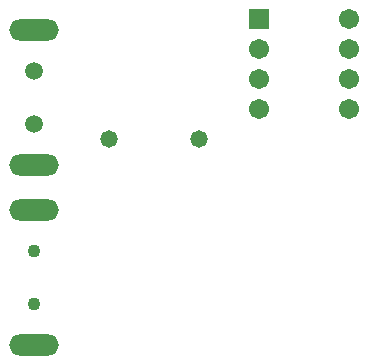
<source format=gbr>
%TF.GenerationSoftware,Novarm,DipTrace,3.1.0.1*%
%TF.CreationDate,2017-08-28T19:58:42+02:00*%
%FSLAX26Y26*%
%MOIN*%
%TF.FileFunction,Soldermask,Bot*%
%TF.Part,Single*%
%ADD27C,0.059055*%
%ADD28C,0.043307*%
%ADD36C,0.058*%
%ADD38C,0.058*%
%ADD40O,0.16548X0.070992*%
%ADD44C,0.067055*%
%ADD46R,0.067055X0.067055*%
G75*
G01*
%LPD*%
D46*
X1294000Y1594000D3*
D44*
Y1494000D3*
Y1394000D3*
Y1294000D3*
X1594000D3*
Y1394000D3*
Y1494000D3*
Y1594000D3*
D40*
X541638Y1107386D3*
Y1556205D3*
D27*
Y1243213D3*
Y1420378D3*
D40*
Y507386D3*
Y956205D3*
D28*
Y643213D3*
Y820378D3*
D38*
X794000Y1194000D3*
D36*
X1094000D3*
M02*

</source>
